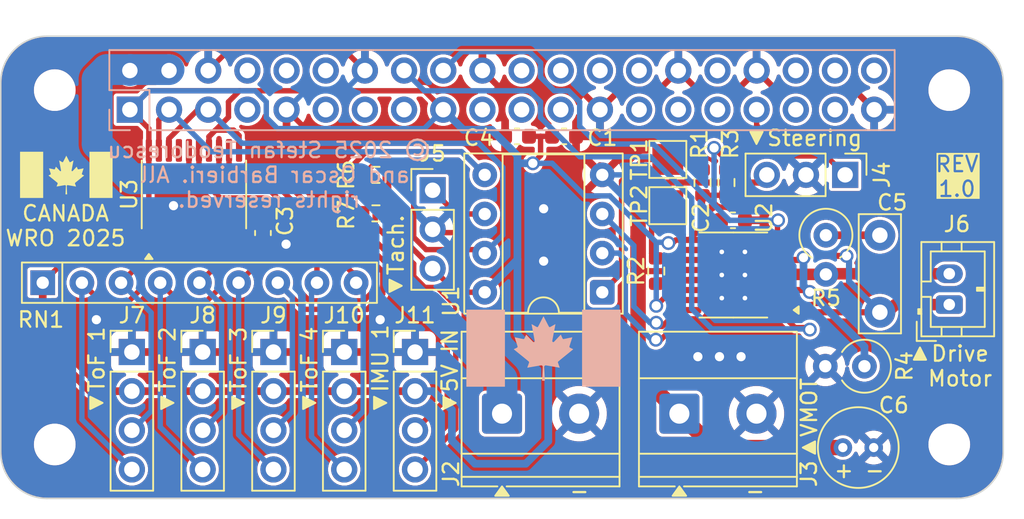
<source format=kicad_pcb>
(kicad_pcb (version 20241229) (generator "pcbnew") (generator_version "9.0")
  (title_block (date "15 nov 2012"))
  (layers (0 "F.Cu" signal) (2 "B.Cu" signal) (13 "F.Paste" user) (15 "B.Paste" user) (5 "F.SilkS" user "F.Silkscreen") (7 "B.SilkS" user "B.Silkscreen") (1 "F.Mask" user) (3 "B.Mask" user) (25 "Edge.Cuts" user))
  (net 0 "")
  (net 1 "GND")
  (net 2 "/GPIO2{slash}SDA1")
  (net 3 "/GPIO3{slash}SCL1")
  (net 4 "/GPIO4{slash}GPCLK0")
  (net 5 "/GPIO14{slash}TXD0")
  (net 6 "/GPIO15{slash}RXD0")
  (net 7 "/GPIO17")
  (net 8 "/GPIO18{slash}PCM.CLK")
  (net 9 "/GPIO27")
  (net 10 "/GPIO22")
  (net 11 "/GPIO23")
  (net 12 "/GPIO26")
  (net 13 "/GPIO24")
  (net 14 "/GPIO10{slash}SPI0.MOSI")
  (net 15 "/GPIO9{slash}SPI0.MISO")
  (net 16 "/GPIO25")
  (net 17 "/GPIO11{slash}SPI0.SCLK")
  (net 18 "/GPIO8{slash}SPI0.CE0")
  (net 19 "/GPIO7{slash}SPI0.CE1")
  (net 20 "/ID_SDA")
  (net 21 "/ID_SCL")
  (net 22 "/GPIO5")
  (net 23 "/GPIO6")
  (net 24 "/GPIO12{slash}PWM0")
  (net 25 "/GPIO13{slash}PWM1")
  (net 26 "/GPIO19{slash}PCM.FS")
  (net 27 "/GPIO16")
  (net 28 "/GPIO20{slash}PCM.DIN")
  (net 29 "/GPIO21{slash}PCM.DOUT")
  (net 30 "+5V")
  (net 31 "+3V3")
  (net 32 "Vdrive")
  (net 33 "Net-(J5-Pin_1)")
  (net 34 "Net-(J6-Pin_2)")
  (net 35 "Net-(J7-Pin_4)")
  (net 36 "Net-(J7-Pin_3)")
  (net 37 "Net-(J8-Pin_4)")
  (net 38 "Net-(J9-Pin_4)")
  (net 39 "Net-(J10-Pin_3)")
  (net 40 "Net-(U2-TRQ)")
  (net 41 "Net-(U2-ISEN12)")
  (net 42 "/MOT1")
  (net 43 "/MOT2")
  (net 44 "Net-(C5-Pad2)")
  (net 45 "Net-(U1-~{RESET}{slash}PB5)")
  (net 46 "Net-(J6-Pin_1)")
  (net 47 "Net-(J8-Pin_3)")
  (net 48 "Net-(J10-Pin_4)")
  (net 49 "Net-(J9-Pin_3)")
  (footprint "MountingHole:MountingHole_2.7mm_M2.5" (layer "F.Cu") (at 161.5 73.5)
    (property "Reference" "MH2" (hide yes))
    (property "Value" "MountingHole_2.7mm_M2.5" (hide yes))
  )
  (footprint "Connector_PinHeader_2.54mm:PinHeader_1x03_P2.54mm_Vertical" (layer "F.Cu") (at 128 80)
    (property "Reference" "J5")
    (property "Value" "Tachometer")
  )
  (footprint "Capacitor_SMD:C_0603_1608Metric" (layer "F.Cu") (at 147.475 81.95)
    (property "Reference" "C2")
    (property "Value" "10uF")
  )
  (footprint "Connector_PinHeader_2.54mm:PinHeader_1x04_P2.54mm_Vertical" (layer "F.Cu") (at 117.68 90.5)
    (property "Reference" "J9")
    (property "Value" "Aux I2C 5")
  )
  (footprint "Resistor_SMD:R_0603_1608Metric" (layer "F.Cu") (at 124.325 79 180)
    (property "Reference" "R6")
    (property "Value" "10K")
  )
  (footprint "Resistor_THT:R_Axial_DIN0309_L9.0mm_D3.2mm_P2.54mm_Vertical" (layer "F.Cu") (at 153.5 82.92 -90)
    (property "Reference" "R5")
    (property "Value" "15Ω Thru-Hole")
  )
  (footprint "TestPoint:TestPoint_Pad_2.0x2.0mm" (layer "F.Cu") (at 143.25 81)
    (property "Reference" "TP2")
    (property "Value" "TORQUE")
  )
  (footprint "Capacitor_THT:C_Disc_D7.5mm_W2.5mm_P5.00mm" (layer "F.Cu") (at 157 87.92 90)
    (property "Reference" "C5")
    (property "Value" "0.1uF@300V")
  )
  (footprint "Resistor_SMD:R_0603_1608Metric" (layer "F.Cu") (at 142.5 85.245 -90)
    (property "Reference" "R2")
    (property "Value" "10K" (hide yes))
  )
  (footprint "Resistor_SMD:R_0603_1608Metric" (layer "F.Cu") (at 147.05 79.5 90)
    (property "Reference" "R3")
    (property "Value" "10K")
  )
  (footprint "MountingHole:MountingHole_2.7mm_M2.5" (layer "F.Cu") (at 103.5 96.5)
    (property "Reference" "MH3" (hide yes))
    (property "Value" "MountingHole_2.7mm_M2.5" (hide yes))
  )
  (footprint "Connector_PinHeader_2.54mm:PinHeader_1x04_P2.54mm_Vertical" (layer "F.Cu") (at 113.09 90.5)
    (property "Reference" "J8")
    (property "Value" "Aux I2C 4")
  )
  (footprint "MountingHole:MountingHole_2.7mm_M2.5" (layer "F.Cu") (at 103.5 73.5)
    (property "Reference" "MH1" (hide yes))
    (property "Value" "MountingHole_2.7mm_M2.5" (hide yes))
  )
  (footprint "Resistor_SMD:R_0603_1608Metric" (layer "F.Cu") (at 124.325 81.5 180)
    (property "Reference" "R7")
    (property "Value" "10K")
  )
  (footprint "TerminalBlock_Phoenix:TerminalBlock_Phoenix_MKDS-1,5-2_1x02_P5.00mm_Horizontal" (layer "F.Cu") (at 132.5 94.5)
    (property "Reference" "J2")
    (property "Value" "5V IN")
  )
  (footprint "Resistor_THT:R_Array_SIP9" (layer "F.Cu") (at 102.72 86)
    (property "Reference" "RN1")
    (property "Value" "10K")
  )
  (footprint "Connector_PinHeader_2.54mm:PinHeader_1x04_P2.54mm_Vertical" (layer "F.Cu") (at 122.27 90.5)
    (property "Reference" "J10")
    (property "Value" "Aux I2C 6")
  )
  (footprint "Capacitor_SMD:C_0603_1608Metric" (layer "F.Cu") (at 133.475 76.5 180)
    (property "Reference" "C4")
    (property "Value" "0.1uF")
  )
  (footprint "Canada Flag:Canada_Flag_Small" (layer "F.Cu") (at 104.25 79)
    (property "Reference" "G***" (hide yes))
    (property "Value" "LOGO" (hide yes))
  )
  (footprint "Connector_PinHeader_2.54mm:PinHeader_1x04_P2.54mm_Vertical" (layer "F.Cu") (at 108.5 90.5)
    (property "Reference" "J7")
    (property "Value" "Aux I2C 3")
  )
  (footprint "Resistor_SMD:R_0603_1608Metric" (layer "F.Cu") (at 145.5 79.5 90)
    (property "Reference" "R1")
    (property "Value" "10K")
  )
  (footprint "Capacitor_SMD:C_0603_1608Metric" (layer "F.Cu") (at 117 82.775 -90)
    (property "Reference" "C3")
    (property "Value" "10uF")
  )
  (footprint "Capacitor_THT:C_Radial_D5.0mm_H5.0mm_P2.00mm" (layer "F.Cu") (at 154.6 96.7)
    (property "Reference" "C6")
    (property "Value" "100uF")
  )
  (footprint "Package_DIP:DIP-8_W7.62mm_Socket" (layer "F.Cu") (at 139 86.62 180)
    (property "Reference" "U1")
    (property "Value" "ATtiny85-20P")
  )
  (footprint "TerminalBlock_Phoenix:TerminalBlock_Phoenix_MKDS-1,5-2_1x02_P5.00mm_Horizontal" (layer "F.Cu") (at 144 94.5)
    (property "Reference" "J3")
    (property "Value" "Motor Voltage In")
  )
  (footprint "Connector_JST:JST_PH_B2B-PH-K_1x02_P2.00mm_Vertical" (layer "F.Cu") (at 161.5 87.42 90)
    (property "Reference" "J6")
    (property "Value" "Motor")
  )
  (footprint "Package_SO:TSSOP-20_4.4x6.5mm_P0.65mm" (layer "F.Cu") (at 112.525 80.275 90)
    (property "Reference" "U3")
    (property "Value" "TCA9544A")
  )
  (footprint "MountingHole:MountingHole_2.7mm_M2.5" (layer "F.Cu") (at 161.5 96.5)
    (property "Reference" "MH4" (hide yes))
    (property "Value" "MountingHole_2.7mm_M2.5" (hide yes))
  )
  (footprint "Connector_PinHeader_2.54mm:PinHeader_1x04_P2.54mm_Vertical" (layer "F.Cu") (at 126.86 90.5)
    (property "Reference" "J11")
    (property "Value" "Gyroscope I2C Bus")
  )
  (footprint "Capacitor_SMD:C_0603_1608Metric" (layer "F.Cu") (at 136.525 76.5)
    (property "Reference" "C1")
    (property "Value" "10uF")
  )
  (footprint "Package_SO:HTSSOP-16-1EP_4.4x5mm_P0.65mm_EP3.4x5mm_Mask2.46x2.31mm_ThermalVias" (layer "F.Cu") (at 147.5 85.5 180)
    (property "Reference" "U2")
    (property "Value" "DRV8847PWP")
  )
  (footprint "TestPoint:TestPoint_Pad_2.0x2.0mm" (layer "F.Cu") (at 143.25 78)
    (property "Reference" "TP1")
    (property "Value" "uC RST")
  )
  (footprint "Resistor_THT:R_Axial_DIN0309_L9.0mm_D3.2mm_P2.54mm_Vertical" (layer "F.Cu") (at 156 91.42 180)
    (property "Reference" "R4")
    (property "Value" "330mΩ Thru-Hole")
  )
  (footprint "Connector_PinHeader_2.54mm:PinHeader_1x03_P2.54mm_Vertical" (layer "F.Cu") (at 154.75 79 -90)
    (property "Reference" "J4")
    (property "Value" "Steering Motor")
  )
  (footprint "Connector_PinSocket_2.54mm:PinSocket_2x20_P2.54mm_Vertical" (layer "B.Cu") (at 108.37 74.77 -90)
    (property "Reference" "J1" (hide yes))
    (property "Value" "GPIO")
  )
  (footprint "Canada Flag:Canada_Flag" (layer "B.Cu") (at 135.19 90.25 180)
    (property "Reference" "G***" (hide yes))
    (property "Value" "LOGO" (hide yes))
  )
  (gr_poly (pts (xy 105.8 94.2) (xy 105.8 93.4) (xy 106.6 93.8)) (stroke (width 0.12)) (fill yes) (layer "F.SilkS"))
  (gr_poly (pts (xy 115 94.2) (xy 115 93.4) (xy 115.8 93.8)) (stroke (width 0.12)) (fill yes) (layer "F.SilkS"))
  (gr_poly (pts (xy 152.8 96.3) (xy 152.8 97.1) (xy 152 96.7)) (stroke (width 0.12)) (fill yes) (layer "F.SilkS"))
  (gr_poly (pts (xy 110.4 94.2) (xy 110.4 93.4) (xy 111.2 93.8)) (stroke (width 0.12)) (fill yes) (layer "F.SilkS"))
  (gr_poly (pts (xy 125.2 86.6) (xy 125.2 85.8) (xy 126 86.2)) (stroke (width 0.12)) (fill yes) (layer "F.SilkS"))
  (gr_poly (pts (xy 160 91) (xy 159.2 91) (xy 159.6 90.2)) (stroke (width 0.12)) (fill yes) (layer "F.SilkS"))
  (gr_poly (pts (xy 124.2 94.2) (xy 124.2 93.4) (xy 125 93.8)) (stroke (width 0.12)) (fill yes) (layer "F.SilkS"))
  (gr_poly (pts (xy 128.7 94.2) (xy 128.7 93.4) (xy 129.5 93.8)) (stroke (width 0.12)) (fill yes) (layer "F.SilkS"))
  (gr_poly (pts (xy 148.6 76.2) (xy 149.4 76.2) (xy 149 77)) (stroke (width 0.12)) (fill yes) (layer "F.SilkS"))
  (gr_poly (pts (xy 119.6 94.2) (xy 119.6 93.4) (xy 120.4 93.8)) (stroke (width 0.12)) (fill yes) (layer "F.SilkS"))
  (gr_arc (start 162 70) (mid 164.12132 70.87868) (end 165 73) (stroke (width 0.1)) (layer "Edge.Cuts"))
  (gr_line (start 165 97) (end 165 73) (stroke (width 0.1)) (layer "Edge.Cuts"))
  (gr_line (start 100 73) (end 100 97) (stroke (width 0.1)) (layer "Edge.Cuts"))
  (gr_arc (start 103 100) (mid 100.87868 99.12132) (end 100 97) (stroke (width 0.1)) (layer "Edge.Cuts"))
  (gr_line (start 103 100) (end 162 100) (stroke (width 0.1)) (layer "Edge.Cuts"))
  (gr_arc (start 165 97) (mid 164.12132 99.12132) (end 162 100) (stroke (width 0.1)) (layer "Edge.Cuts"))
  (gr_arc (start 100 73) (mid 100.87868 70.87868) (end 103 70) (stroke (width 0.1)) (layer "Edge.Cuts"))
  (gr_line (start 162 70) (end 103 70) (stroke (width 0.1)) (layer "Edge.Cuts"))
  (gr_text "ToF 3" (at 116 93.2 90) (layer "F.SilkS") (effects (font (size 1 1)) (justify left bottom)))
  (gr_text "-" (at 155.95 98.75 0) (layer "F.SilkS") (effects (font (size 1 1)) (justify left bottom)))
  (gr_text "-" (at 136.8 100.1 0) (layer "F.SilkS") (effects (font (size 1 1)) (justify left bottom)))
  (gr_text "Steering" (at 149.6 77.2 0) (layer "F.SilkS") (effects (font (size 1 1)) (justify left bottom)))
  (gr_text "CANADA\nWRO 2025" (at 104.2 83.7 -0) (layer "F.SilkS") (effects (font (size 1 1)) (justify bottom)))
  (gr_text "ToF 4" (at 120.6 93.2 90) (layer "F.SilkS") (effects (font (size 1 1)) (justify left bottom)))
  (gr_text "Drive\nMotor" (at 162.2 92.8 0) (layer "F.SilkS") (effects (font (size 1 1)) (justify bottom)))
  (gr_text "-" (at 148.2 100.1 0) (layer "F.SilkS") (effects (font (size 1 1)) (justify left bottom)))
  (gr_text "REV\n1.0" (at 162 80.5 0) (layer "F.SilkS" knockout) (effects (font (size 1 1)) (justify bottom)))
  (gr_text "Tach." (at 126.2 85.6 90) (layer "F.SilkS") (effects (font (size 1 1)) (justify left bottom)))
  (gr_text "IMU 1" (at 125.2 93.2 90) (layer "F.SilkS") (effects (font (size 1 1)) (justify left bottom)))
  (gr_text "ToF 2" (at 111.4 93.2 90) (layer "F.SilkS") (effects (font (size 1 1)) (justify left bottom)))
  (gr_text "+" (at 153.95 98.75 0) (layer "F.SilkS") (effects (font (size 1 1)) (justify left bottom)))
  (gr_text "ToF 1" (at 106.8 93.2 90) (layer "F.SilkS") (effects (font (size 1 1)) (justify left bottom)))
  (gr_text "5V IN" (at 129.7 93.2 90) (layer "F.SilkS") (effects (font (size 1 1)) (justify left bottom)))
  (gr_text "VMOT" (at 153 96.1 90) (layer "F.SilkS") (effects (font (size 1 1)) (justify left bottom)))
  (gr_text "© 2025 Stefan Teodorescu\nand Oscar Barbieri. All \nrights reserved." (at 117.4 81.2 -0) (layer "B.SilkS") (effects (font (size 1 1)) (justify bottom mirror)))
  (segment (start 144.6375 85.825) (end 147.175 85.825) (width 0.4) (layer "F.Cu") (net 1))
  (segment (start 118.53 74.77) (end 120.26 76.5) (width 0.35) (layer "F.Cu") (net 1))
  (segment (start 147.5 86.59137) (end 147.5 85.5) (width 0.35) (layer "F.Cu") (net 1))
  (segment (start 117 83.55) (end 115.8625 83.55) (width 0.35) (layer "F.Cu") (net 1))
  (segment (start 104.059 86.497471) (end 105.961529 88.4) (width 0.4) (layer "F.Cu") (net 1))
  (segment (start 148.25 84.75) (end 147.5 85.5) (width 0.35) (layer "F.Cu") (net 1))
  (segment (start 147.175 85.825) (end 147.5 85.5) (width 0.35) (layer "F.Cu") (net 1))
  (segment (start 105.961529 88.4) (end 106.2 88.4) (width 0.4) (layer "F.Cu") (net 1))
  (segment (start 145.181 73.481) (end 143.93 72.23) (width 0.4) (layer "F.Cu") (net 1))
  (segment (start 155.379 73.519) (end 156.63 74.77) (width 0.4) (layer "F.Cu") (net 1))
  (segment (start 132.7 76.5) (end 132.544 76.344) (width 0.35) (layer "F.Cu") (net 1))
  (segment (start 139 79) (end 139 78.5) (width 0.35) (layer "F.Cu") (net 1))
  (segment (start 149.01 72.23) (end 147.759 73.481) (width 0.4) (layer "F.Cu") (net 1))
  (segment (start 122.384 71.004) (end 114.676 71.004) (width 0.35) (layer "F.Cu") (net 1))
  (segment (start 110.9 83.1375) (end 109.6 83.1375) (width 0.4) (layer "F.Cu") (net 1))
  (segment (start 143.93 72.23) (end 142.679 73.481) (width 0.4) (layer "F.Cu") (net 1))
  (segment (start 149.01 72.23) (end 150.299 73.519) (width 0.4) (layer "F.Cu") (net 1))
  (segment (start 123.61 72.23) (end 122.384 71.004) (width 0.35) (layer "F.Cu") (net 1))
  (segment (start 139 78.5) (end 138.85 78.35) (width 0.35) (layer "F.Cu") (net 1))
  (segment (start 148.25 81.95) (end 148.55 81.95) (width 0.35) (layer "F.Cu") (net 1))
  (segment (start 142.5 86.07) (end 142.72 85.85) (width 0.4) (layer "F.Cu") (net 1))
  (segment (start 118.5 83.5) (end 117.05 83.5) (width 0.35) (layer "F.Cu") (net 1))
  (segment (start 137.599 73.519) (end 132.519 73.519) (width 0.4) (layer "F.Cu") (net 1))
  (segment (start 138.85 74.77) (end 137.599 73.519) (width 0.4) (layer "F.Cu") (net 1))
  (segment (start 142.679 73.481) (end 140.139 73.481) (width 0.4) (layer "F.Cu") (net 1))
  (segment (start 114.676 71.004) (end 113.45 72.23) (width 0.35) (layer "F.Cu") (net 1))
  (segment (start 135.25 82.75) (end 139 79) (width 0.35) (layer "F.Cu") (net 1))
  (segment (start 115.8625 83.55) (end 115.45 83.1375) (width 0.35) (layer "F.Cu") (net 1))
  (segment (start 106.424029 83.1375) (end 104.059 85.502529) (width 0.4) (layer "F.Cu") (net 1))
  (segment (start 150.299 73.519) (end 155.379 73.519) (width 0.4) (layer "F.Cu") (net 1))
  (segment (start 120.26 76.5) (end 132.7 76.5) (width 0.35) (layer "F.Cu") (net 1))
  (segment (start 142.72 85.85) (end 144.6125 85.85) (width 0.4) (layer "F.Cu") (net 1))
  (segment (start 128.21 82.75) (end 135.25 82.75) (width 0.35) (layer "F.Cu") (net 1))
  (segment (start 140.139 73.481) (end 138.85 74.77) (width 0.4) (layer "F.Cu") (net 1))
  (segment (start 144.6375 83.875) (end 145.875 83.875) (width 0.4) (layer "F.Cu") (net 1))
  (segment (start 144.6125 85.85) (end 144.6375 85.825) (width 0.4) (layer "F.Cu") (net 1))
  (segment (start 137.3 76.5) (end 137.3 76.32) (width 0.35) (layer "F.Cu") (net 1))
  (segment (start 128 82.54) (end 128.21 82.75) (width 0.35) (layer "F.Cu") (net 1))
  (segment (start 117.05 83.5) (end 117 83.55) (width 0.35) (layer "F.Cu") (net 1))
  (segment (start 104.059 85.502529) (end 104.059 86.497471) (width 0.4) (layer "F.Cu") (net 1))
  (segment (start 147.759 73.481) (end 145.181 73.481) (width 0.4) (layer "F.Cu") (net 1))
  (segment (start 145.875 83.875) (end 147.5 85.5) (width 0.35) (layer "F.Cu") (net 1))
  (segment (start 132.519 73.519) (end 131.23 72.23) (width 0.4) (layer "F.Cu") (net 1))
  (segment (start 109.6 83.1375) (end 106.424029 83.1375) (width 0.4) (layer "F.Cu") (net 1))
  (via (at 135.2 81.2) (size 0.9) (drill 0.6) (layers "F.Cu" "B.Cu") (net 1))
  (via (at 118.5 83.5) (size 0.9) (drill 0.6) (layers "F.Cu" "B.Cu") (net 1))
  (via (at 145.2 90.8) (size 0.9) (drill 0.6) (layers "F.Cu" "B.Cu") (net 1))
  (via (at 135.2 84.6) (size 0.9) (drill 0.6) (layers "F.Cu" "B.Cu") (net 1))
  (via (at 148 90.8) (size 0.9) (drill 0.6) (layers "F.Cu" "B.Cu") (net 1))
  (via (at 124.6 88.4) (size 0.9) (drill 0.6) (layers "F.Cu" "B.Cu") (net 1))
  (via (at 106.2 88.4) (size 0.9) (drill 0.6) (layers "F.Cu" "B.Cu") (net 1))
  (via (at 111.2 81) (size 0.9) (drill 0.6) (layers "F.Cu" "B.Cu") (net 1))
  (via (at 146.6 90.8) (size 0.9) (drill 0.6) (layers "F.Cu" "B.Cu") (net 1))
  (segment (start 144.249 89.849) (end 145.2 90.8) (width 0.35) (layer "B.Cu") (net 1))
  (segment (start 146.75 84) (end 146.75 87) (width 2) (layer "B.Cu") (net 1))
  (segment (start 122.384 73.456) (end 119.844 73.456) (width 0.35) (layer "B.Cu") (net 1))
  (segment (start 146.75 87) (end 148.25 87) (width 2) (layer "B.Cu") (net 1))
  (segment (start 119.844 73.456) (end 118.53 74.77) (width 0.35) (layer "B.Cu") (net 1))
  (segment (start 144.249 82.880859) (end 144.249 89.849) (width 0.35) (layer "B.Cu") (net 1))
  (segment (start 146.75 84) (end 148.25 84) (width 2) (layer "B.Cu") (net 1))
  (segment (start 123.61 72.23) (end 122.384 73.456) (width 0.35) (layer "B.Cu") (net 1))
  (segment (start 148.25 84) (end 148.25 87) (width 2) (layer "B.Cu") (net 1))
  (segment (start 156.44 74.77) (end 156.63 74.77) (width 0.35) (layer "B.Cu") (net 1))
  (segment (start 140.368141 79) (end 144.249 82.880859) (width 0.35) (layer "B.Cu") (net 1))
  (segment (start 139 79) (end 140.368141 79) (width 0.35) (layer "B.Cu") (net 1))
  (segment (start 122.724 80.724) (end 122.724 78.48087) (width 0.35) (layer "F.Cu") (net 2))
  (segment (start 110.25 75.43) (end 110.25 77.4125) (width 0.35) (layer "F.Cu") (net 2))
  (segment (start 126.223 85.223) (end 126.223 85.816058) (width 0.35) (layer "F.Cu") (net 2))
  (segment (start 128.949 93.491) (end 126.86 95.58) (width 0.35) (layer "F.Cu") (net 2))
  (segment (start 129.88 77.5) (end 131.38 79) (width 0.35) (layer "F.Cu") (net 2))
  (segment (start 110.91 74.77) (end 110.25 75.43) (width 0.35) (layer "F.Cu") (net 2))
  (segment (start 128.949 87.949) (end 128.949 93.491) (width 0.35) (layer "F.Cu") (net 2))
  (segment (start 123.5 81.5) (end 123.5 82.5) (width 0.35) (layer "F.Cu") (net 2))
  (segment (start 127.857 86.857) (end 128.949 87.949) (width 0.35) (layer "F.Cu") (net 2))
  (segment (start 123.70487 77.5) (end 129.88 77.5) (width 0.35) (layer "F.Cu") (net 2))
  (segment (start 123.5 82.5) (end 126.223 85.223) (width 0.35) (layer "F.Cu") (net 2))
  (segment (start 126.223 85.816058) (end 127.263942 86.857) (width 0.35) (layer "F.Cu") (net 2))
  (segment (start 122.724 78.48087) (end 123.70487 77.5) (width 0.35) (layer "F.Cu") (net 2))
  (segment (start 123.5 81.5) (end 122.724 80.724) (width 0.35) (layer "F.Cu") (net 2))
  (segment (start 127.263942 86.857) (end 127.857 86.857) (width 0.35) (layer "F.Cu") (net 2))
  (segment (start 129.88 77.5) (end 113.64 77.5) (width 0.35) (layer "B.Cu") (net 2))
  (segment (start 131.38 79) (end 129.88 77.5) (width 0.35) (layer "B.Cu") (net 2))
  (segment (start 113.64 77.5) (end 110.91 74.77) (width 0.35) (layer "B.Cu") (net 2))
  (segment (start 126.774 79.274) (end 126.774 83.047826) (width 0.35) (layer "F.Cu") (net 3))
  (segment (start 112.779062 74.77) (end 110.9 76.649062) (width 0.35) (layer "F.Cu") (net 3))
  (segment (start 125.649 78.149) (end 126.774 79.274) (width 0.35) (layer "F.Cu") (net 3))
  (segment (start 124.351 78.149) (end 125.649 78.149) (width 0.35) (layer "F.Cu") (net 3))
  (segment (start 126.774 85.587826) (end 127.492174 86.306) (width 0.35) (layer "F.Cu") (net 3))
  (segment (start 123.5 79) (end 124.276 79.776) (width 0.35) (layer "F.Cu") (net 3))
  (segment (start 124.276 79.776) (end 124.276 82.276) (width 0.35) (layer "F.Cu") (net 3))
  (segment (start 126.774 83.047826) (end 127.580174 83.854) (width 0.35) (layer "F.Cu") (net 3))
  (segment (start 129.5 95.48) (end 126.86 98.12) (width 0.35) (layer "F.Cu") (net 3))
  (segment (start 131.154 83.854) (end 131.38 84.08) (width 0.35) (layer "F.Cu") (net 3))
  (segment (start 110.9 76.649062) (end 110.9 77.4125) (width 0.35) (layer "F.Cu") (net 3))
  (segment (start 127.492174 86.306) (end 128.306 86.306) (width 0.35) (layer "F.Cu") (net 3))
  (segment (start 128.306 86.306) (end 129.5 87.5) (width 0.35) (layer "F.Cu") (net 3))
  (segment (start 129.5 87.5) (end 129.5 95.48) (width 0.35) (layer "F.Cu") (net 3))
  (segment (start 123.5 79) (end 124.351 78.149) (width 0.35) (layer "F.Cu") (net 3))
  (segment (start 126.774 84.774) (end 126.774 85.587826) (width 0.35) (layer "F.Cu") (net 3))
  (segment (start 113.45 74.77) (end 112.779062 74.77) (width 0.35) (layer "F.Cu") (net 3))
  (segment (start 127.580174 83.854) (end 131.154 83.854) (width 0.35) (layer "F.Cu") (net 3))
  (segment (start 124.276 82.276) (end 126.774 84.774) (width 0.35) (layer "F.Cu") (net 3))
  (segment (start 130.992116 76.949) (end 132.556 78.512884) (width 0.35) (layer "B.Cu") (net 3))
  (segment (start 113.45 74.77) (end 115.629 76.949) (width 0.35) (layer "B.Cu") (net 3))
  (segment (start 115.629 76.949) (end 130.992116 76.949) (width 0.35) (layer "B.Cu") (net 3))
  (segment (start 132.556 78.512884) (end 132.556 82.904) (width 0.35) (layer "B.Cu") (net 3))
  (segment (start 132.556 82.904) (end 131.38 84.08) (width 0.35) (layer "B.Cu") (net 3))
  (segment (start 151.5 88.9125) (end 150.3625 87.775) (width 0.35) (layer "F.Cu") (net 11))
  (segment (start 152.325772 88.9125) (end 151.5 88.9125) (width 0.35) (layer "F.Cu") (net 11))
  (segment (start 152.456636 89.043364) (end 152.325772 88.9125) (width 0.35) (layer "F.Cu") (net 11))
  (via (at 152.456636 89.043364) (size 0.9) (drill 0.6) (layers "F.Cu" "B.Cu") (net 11))
  (segment (start 152.456636 89.043364) (end 152.413272 89) (width 0.35) (layer "B.Cu") (net 11))
  (segment (start 152.413272 89) (end 146.1 89) (width 0.35) (layer "B.Cu") (net 11))
  (segment (start 127.464 73.544) (end 126.15 72.23) (width 0.35) (layer "B.Cu") (net 11))
  (segment (start 134.277826 73.544) (end 127.464 73.544) (width 0.35) (layer "B.Cu") (net 11))
  (segment (start 137.542174 77.824) (end 134.996 75.277826) (width 0.35) (layer "B.Cu") (net 11))
  (segment (start 146.1 89) (end 144.8 87.7) (width 0.35) (layer "B.Cu") (net 11))
  (segment (start 134.996 75.277826) (end 134.996 74.262174) (width 0.35) (layer "B.Cu") (net 11))
  (segment (start 142.124 77.824) (end 137.542174 77.824) (width 0.35) (layer "B.Cu") (net 11))
  (segment (start 144.8 87.7) (end 144.8 80.5) (width 0.35) (layer "B.Cu") (net 11))
  (segment (start 144.8 80.5) (end 142.124 77.824) (width 0.35) (layer "B.Cu") (net 11))
  (segment (start 134.996 74.262174) (end 134.277826 73.544) (width 0.35) (layer "B.Cu") (net 11))
  (segment (start 150.4 81.95) (end 150.3625 81.9875) (width 0.35) (layer "F.Cu") (net 13))
  (segment (start 147.05 78.675) (end 147.05 78.05) (width 0.35) (layer "F.Cu") (net 13))
  (segment (start 150.3625 81.9875) (end 150.3625 83.225) (width 0.35) (layer "F.Cu") (net 13))
  (segment (start 147.05 78.05) (end 146.25 77.25) (width 0.35) (layer "F.Cu") (net 13))
  (via (at 146.25 77.25) (size 0.9) (drill 0.6) (layers "F.Cu" "B.Cu") (net 13))
  (via (at 150.4 81.95) (size 0.9) (drill 0.6) (layers "F.Cu" "B.Cu") (net 13))
  (segment (start 135.890174 73.544) (end 135 72.653826) (width 0.35) (layer "B.Cu") (net 13))
  (segment (start 142.3 77) (end 138.680768 77) (width 0.35) (layer "B.Cu") (net 13))
  (segment (start 137.536 75.855232) (end 137.536 74.262174) (width 0.35) (layer "B.Cu") (net 13))
  (segment (start 135 71.726174) (end 134.277826 71.004) (width 0.35) (layer "B.Cu") (net 13))
  (segment (start 134.277826 71.004) (end 129.916 71.004) (width 0.35) (layer "B.Cu") (net 13))
  (segment (start 147.25 81.95) (end 142.3 77) (width 0.35) (layer "B.Cu") (net 13))
  (segment (start 129.916 71.004) (end 128.69 72.23) (width 0.35) (layer "B.Cu") (net 13))
  (segment (start 146.25 80.95) (end 147.25 81.95) (width 0.35) (layer "B.Cu") (net 13))
  (segment (start 146.25 77.25) (end 146.25 80.95) (width 0.35) (layer "B.Cu") (net 13))
  (segment (start 137.536 74.262174) (end 136.817826 73.544) (width 0.35) (layer "B.Cu") (net 13))
  (segment (start 138.680768 77) (end 137.536 75.855232) (width 0.35) (layer "B.Cu") (net 13))
  (segment (start 135 72.653826) (end 135 71.726174) (width 0.35) (layer "B.Cu") (net 13))
  (segment (start 150.4 81.95) (end 147.25 81.95) (width 0.35) (layer "B.Cu") (net 13))
  (segment (start 136.817826 73.544) (end 135.890174 73.544) (width 0.35) (layer "B.Cu") (net 13))
  (segment (start 148.96 74.82) (end 149.01 74.77) (width 0.35) (layer "F.Cu") (net 25))
  (segment (start 149.01 75.791826) (end 150.992174 77.774) (width 0.35) (layer "F.Cu") (net 25))
  (segment (start 153.524 77.774) (end 154.75 79) (width 0.35) (layer "F.Cu") (net 25))
  (segment (start 149.01 74.77) (end 149.01 75.791826) (width 0.35) (layer "F.Cu") (net 25))
  (segment (start 150.992174 77.774) (end 153.524 77.774) (width 0.35) (layer "F.Cu") (net 25))
  (segment (start 127.75 87.5) (end 127.25 87.5) (width 2) (layer "B.Cu") (net 30))
  (segment (start 125.75 86) (end 125.75 81.75) (width 2) (layer "B.Cu") (net 30))
  (segment (start 106.25 77) (end 106.25 72.788) (width 2) (layer "B.Cu") (net 30))
  (segment (start 106.87 72.168) (end 110.91 72.168) (width 2) (layer "B.Cu") (net 30))
  (segment (start 127.25 87.5) (end 125.75 86) (width 2) (layer "B.Cu") (net 30))
  (segment (start 132.5 92.25) (end 127.75 87.5) (width 2) (layer "B.Cu") (net 30))
  (segment (start 123.25 79.25) (end 108.5 79.25) (width 2) (layer "B.Cu") (net 30))
  (segment (start 106.25 72.788) (end 106.87 72.168) (width 2) (layer "B.Cu") (net 30))
  (segment (start 108.5 79.25) (end 106.25 77) (width 2) (layer "B.Cu") (net 30))
  (segment (start 108.37 72.23) (end 108.432 72.168) (width 2) (layer "B.Cu") (net 30))
  (segment (start 125.75 81.75) (end 123.25 79.25) (width 2) (layer "B.Cu") (net 30))
  (segment (start 132.5 94.5) (end 132.5 92.25) (width 2) (layer "B.Cu") (net 30))
  (segment (start 111.55 82.374062) (end 111.55 83.1375) (width 0.35) (layer "F.Cu") (net 31))
  (segment (start 102.72 86) (end 106.696 82.024) (width 0.35) (layer "F.Cu") (net 31))
  (segment (start 109.6 77.4125) (end 109.6 76) (width 0.35) (layer "F.Cu") (net 31))
  (segment (start 115.45 76.45) (end 115.098062 76.098062) (width 0.35) (layer "F.Cu") (net 31))
  (segment (start 135 76.5) (end 134.25 76.5) (width 0.35) (layer "F.Cu") (net 31))
  (segment (start 113.921768 76.098062) (end 113.5 76.51983) (width 0.35) (layer "F.Cu") (net 31))
  (segment (start 125.15 79) (end 125.15 82.23) (width 0.35) (layer "F.Cu") (net 31))
  (segment (start 135.75 76.5) (end 135 76.5) (width 0.35) (layer "F.Cu") (net 31))
  (segment (start 129.54 86.62) (end 131.38 86.62) (width 0.35) (layer "F.Cu") (net 31))
  (segment (start 108.37 74.77) (end 109.596 73.544) (width 0.35) (layer "F.Cu") (net 31))
  (segment (start 128 85.08) (end 129.54 86.62) (width 0.35) (layer "F.Cu") (net 31))
  (segment (start 143.775 83.225) (end 144.6375 83.225) (width 0.35) (layer "F.Cu") (net 31))
  (segment (start 143.525 86.475) (end 142.5 87.5) (width 0.35) (layer "F.Cu") (net 31))
  (segment (start 113.5 76.51983) (end 113.5 77.4125) (width 0.35) (layer "F.Cu") (net 31))
  (segment (start 113.5 76.51983) (end 114.764 75.25583) (width 0.35) (layer "F.Cu") (net 31))
  (segment (start 115.098062 76.098062) (end 113.921768 76.098062) (width 0.35) (layer "F.Cu") (net 31))
  (segment (start 105.79 93.04) (end 102.72 89.97) (width 0.5) (layer "F.Cu") (net 31))
  (segment (start 109.6 81.924) (end 109.5 82.024) (width 0.35) (layer "F.Cu") (net 31))
  (segment (start 147.05 80.325) (end 145.5 80.325) (width 0.35) (layer "F.Cu") (net 31))
  (segment (start 111.199938 82.024) (end 111.55 82.374062) (width 0.35) (layer "F.Cu") (net 31))
  (segment (start 113.149938 82.024) (end 111.199938 82.024) (width 0.35) (layer "F.Cu") (net 31))
  (segment (start 109.6 77.4125) (end 109.6 81.924) (width 0.35) (layer "F.Cu") (net 31))
  (segment (start 117.68 93.04) (end 122.27 93.04) (width 0.5) (layer "F.Cu") (net 31))
  (segment (start 143.57584 83.42416) (end 143.775 83.225) (width 0.35) (layer "F.Cu") (net 31))
  (segment (start 108.5 93.04) (end 105.79 93.04) (width 0.5) (layer "F.Cu") (net 31))
  (segment (start 146.7 81.95) (end 145.9125 81.95) (width 0.35) (layer "F.Cu") (net 31))
  (segment (start 126.86 93.04) (end 122.27 93.04) (width 0.5) (layer "F.Cu") (net 31))
  (segment (start 145.5 80.325) (end 145.5 82.3625) (width 0.35) (layer "F.Cu") (net 31))
  (segment (start 114.764 74.262174) (end 115.482174 73.544) (width 0.35) (layer "F.Cu") (net 31))
  (segment (start 102.72 89.97) (end 102.72 86) (width 0.5) (layer "F.Cu") (net 31))
  (segment (start 135 76.5) (end 135 77.75) (width 0.35) (layer "F.Cu") (net 31))
  (segment (start 117 82) (end 113.874062 82) (width 0.35) (layer "F.Cu") (net 31))
  (segment (start 109.596 73.544) (end 115.5 73.544) (width 0.35) (layer "F.Cu") (net 31))
  (segment (start 109.6 76) (end 108.37 74.77) (width 0.35) (layer "F.Cu") (net 31))
  (segment (start 115.482174 73.544) (end 115.5 73.544) (width 0.35) (layer "F.Cu") (net 31))
  (segment (start 113.09 93.04) (end 117.68 93.04) (width 0.5) (layer "F.Cu") (net 31))
  (segment (start 145.9125 81.95) (end 145.5 82.3625) (width 0.35) (layer "F.Cu") (net 31))
  (segment (start 113.5 82.374062) (end 113.149938 82.024) (width 0.35) (layer "F.Cu") (net 31))
  (segment (start 127.464 73.544) (end 128.69 74.77) (width 0.35) (layer "F.Cu") (net 31))
  (segment (start 109.5 82.024) (end 111.199938 82.024) (width 0.35) (layer "F.Cu") (net 31))
  (segment (start 113.5 82.374062) (end 113.5 83.1375) (width 0.35) (layer "F.Cu") (net 31))
  (segment (start 108.5 93.04) (end 113.09 93.04) (width 0.5) (layer "F.Cu") (net 31))
  (segment (start 145.5 82.3625) (end 144.6375 83.225) (width 0.35) (layer "F.Cu") (net 31))
  (segment (start 115.45 77.4125) (end 115.45 76.45) (width 0.35) (layer "F.Cu") (net 31))
  (segment (start 115.5 73.544) (end 127.464 73.544) (width 0.35) (layer "F.Cu") (net 31))
  (segment (start 135 77.75) (end 134.5 78.25) (width 0.35) (layer "F.Cu") (net 31))
  (segment (start 125.15 82.23) (end 128 85.08) (width 0.35) (layer "F.Cu") (net 31))
  (segment (start 144.6375 86.475) (end 143.525 86.475) (width 0.35) (layer "F.Cu") (net 31))
  (segment (start 106.696 82.024) (end 109.5 82.024) (width 0.35) (layer "F.Cu") (net 31))
  (segment (start 114.764 75.25583) (end 114.764 74.262174) (width 0.35) (layer "F.Cu") (net 31))
  (segment (start 113.874062 82) (end 113.5 82.374062) (width 0.35) (layer "F.Cu") (net 31))
  (segment (start 143.285479 83.42416) (end 143.57584 83.42416) (width 0.35) (layer "F.Cu") (net 31))
  (via (at 134.5 78.25) (size 0.9) (drill 0.6) (layers "F.Cu" "B.Cu") (net 31))
  (via (at 142.5 87.5) (size 0.9) (drill 0.6) (layers "F.Cu" "B.Cu") (net 31))
  (via (at 143.285479 83.42416) (size 0.9) (drill 0.6) (layers "F.Cu" "B.Cu") (net 31))
  (segment (start 133.5 84.5) (end 133.5 89.360943) (width 0.5) (layer "B.Cu") (net 31))
  (segment (start 137.864 80.364) (end 135.75 78.25) (width 0.35) (layer "B.Cu") (net 31))
  (segment (start 130.75 97.75) (end 129.25 96.25) (width 0.5) (layer "B.Cu") (net 31))
  (segment (start 128.04 93.04) (end 126.86 93.04) (width 0.5) (layer "B.Cu") (net 31))
  (segment (start 128.69 74.77) (end 127.464 75.996) (width 0.35) (layer "B.Cu") (net 31))
  (segment (start 116.497826 73.544) (end 109.596 73.544) (width 0.35) (layer "B.Cu") (net 31))
  (segment (start 127.464 75.996) (end 117.934174 75.996) (width 0.35) (layer "B.Cu") (net 31))
  (segment (start 131.821 76.071) (end 129.991 76.071) (width 0.5) (layer "B.Cu") (net 31))
  (segment (start 133.5 89.360943) (end 135.5 91.360943) (width 0.5) (layer "B.Cu") (net 31))
  (segment (start 135.5 96.288605) (end 134.038605 97.75) (width 0.5) (layer "B.Cu") (net 31))
  (segment (start 129.25 94.25) (end 128.04 93.04) (width 0.5) (layer "B.Cu") (net 31))
  (segment (start 117.216 75.277826) (end 117.216 74.262174) (width 0.35) (layer "B.Cu") (net 31))
  (segment (start 139.487116 80.364) (end 137.864 80.364) (width 0.35) (layer "B.Cu") (net 31))
  (segment (start 129.25 96.25) (end 129.25 94.25) (width 0.5) (layer "B.Cu") (net 31))
  (segment (start 143.238203 83.376884) (end 142.5 83.376884) (width 0.35) (layer "B.Cu") (net 31))
  (segment (start 109.596 73.544) (end 108.37 74.77) (width 0.35) (layer "B.Cu") (net 31))
  (segment (start 133.5 84.5) (end 131.38 86.62) (width 0.5) (layer "B.Cu") (net 31))
  (segment (start 117.216 74.262174) (end 116.497826 73.544) (width 0.35) (layer "B.Cu") (net 31))
  (segment (start 135.5 91.360943) (end 135.5 96.288605) (width 0.5) (layer "B.Cu") (net 31))
  (segment (start 142.5 87.5) (end 142.5 83.376884) (width 0.35) (layer "B.Cu") (net 31))
  (segment (start 133.5 77.75) (end 131.821 76.071) (width 0.5) (layer "B.Cu") (net 31))
  (segment (start 143.285479 83.42416) (end 143.238203 83.376884) (width 0.35) (layer "B.Cu") (net 31))
  (segment (start 135.75 78.25) (end 134.5 78.25) (width 0.35) (layer "B.Cu") (net 31))
  (segment (start 117.934174 75.996) (end 117.216 75.277826) (width 0.35) (layer "B.Cu") (net 31))
  (segment (start 129.991 76.071) (end 128.69 74.77) (width 0.5) (layer "B.Cu") (net 31))
  (segment (start 142.5 83.376884) (end 139.487116 80.364) (width 0.35) (layer "B.Cu") (net 31))
  (segment (start 134.038605 97.75) (end 130.75 97.75) (width 0.5) (layer "B.Cu") (net 31))
  (segment (start 133.5 78.25) (end 133.5 77.75) (width 0.5) (layer "B.Cu") (net 31))
  (segment (start 134.5 78.25) (end 133.5 78.25) (width 0.5) (layer "B.Cu") (net 31))
  (segment (start 133.5 78.25) (end 133.5 84.5) (width 0.5) (layer "B.Cu") (net 31))
  (segment (start 141.323 83) (end 141.323 80.5) (width 1) (layer "F.Cu") (net 32))
  (segment (start 143.575 85.175) (end 143.5 85.25) (width 0.4) (layer "F.Cu") (net 32))
  (segment (start 146.2 96.7) (end 144 94.5) (width 1) (layer "F.Cu") (net 32))
  (segment (start 141.323 80.6865) (end 141.323 79.927) (width 1) (layer "F.Cu") (net 32))
  (segment (start 143.5 85.25) (end 141.323 85.25) (width 0.4) (layer "F.Cu") (net 32))
  (segment (start 141.323 84.75) (end 141.323 85.25) (width 1) (layer "F.Cu") (net 32))
  (segment (start 141.323 91.823) (end 141.323 83) (width 1) (layer "F.Cu") (net 32))
  (segment (start 141.323 83) (end 141.323 84.75) (width 1) (layer "F.Cu") (net 32))
  (segment (start 144 94.5) (end 141.323 91.823) (width 1) (layer "F.Cu") (net 32))
  (segment (start 144.6375 85.175) (end 143.575 85.175) (width 0.4) (layer "F.Cu") (net 32))
  (segment (start 141.75 79.5) (end 149.17 79.5) (width 0.4) (layer "F.Cu") (net 32))
  (segment (start 141.323 79.927) (end 141.75 79.5) (width 1) (layer "F.Cu") (net 32))
  (segment (start 154.6 96.7) (end 146.2 96.7) (width 1) (layer "F.Cu") (net 32))
  (segment (start 149.17 79.5) (end 149.67 79) (width 0.4) (layer "F.Cu") (net 32))
  (segment (start 129.54 81.54) (end 128 80) (width 0.35) (layer "F.Cu") (net 33))
  (segment (start 131.38 81.54) (end 129.54 81.54) (width 0.35) (layer "F.Cu") (net 33))
  (segment (start 153.54 85.42) (end 153.5 85.46) (width 0.35) (layer "F.Cu") (net 34))
  (segment (start 150.25 85.175) (end 150.25 85.825) (width 0.35) (layer "F.Cu") (net 34))
  (segment (start 150.4025 85.46) (end 153.5 85.46) (width 0.75) (layer "F.Cu") (net 34))
  (segment (start 161.5 85.42) (end 153.54 85.42) (width 0.75) (layer "F.Cu") (net 34))
  (segment (start 112.05617 84.824) (end 112.85 84.03017) (width 0.35) (layer "F.Cu") (net 35))
  (segment (start 109.164 86.336) (end 109.164 85.512884) (width 0.35) (layer "F.Cu") (net 35))
  (segment (start 109.164 85.512884) (end 109.852884 84.824) (width 0.35) (layer "F.Cu") (net 35))
  (segment (start 106.436 87.176) (end 108.324 87.176) (width 0.35) (layer "F.Cu") (net 35))
  (segment (start 108.324 87.176) (end 109.164 86.336) (width 0.35) (layer "F.Cu") (net 35))
  (segment (start 112.85 84.03017) (end 112.85 83.1375) (width 0.35) (layer "F.Cu") (net 35))
  (segment (start 105.26 86) (end 106.436 87.176) (width 0.35) (layer "F.Cu") (net 35))
  (segment (start 109.852884 84.824) (end 112.05617 84.824) (width 0.35) (layer "F.Cu") (net 35))
  (segment (start 108.5 98.12) (end 105.26 94.88) (width 0.35) (layer "B.Cu") (net 35))
  (segment (start 105.26 94.88) (end 105.26 86) (width 0.35) (layer "B.Cu") (net 35))
  (segment (start 111.225 84.225938) (end 111.250062 84.251) (width 0.35) (layer "F.Cu") (net 36))
  (segment (start 110.600062 84.251) (end 111.199938 84.251) (width 0.35) (layer "F.Cu") (net 36))
  (segment (start 109.925 84.225938) (end 109.950062 84.251) (width 0.35) (layer "F.Cu") (net 36))
  (segment (start 107.8 86) (end 109.549 84.251) (width 0.35) (layer "F.Cu") (net 36))
  (segment (start 109.950062 84.251) (end 110.549938 84.251) (width 0.35) (layer "F.Cu") (net 36))
  (segment (start 110.549938 84.251) (end 110.575 84.225938) (width 0.35) (layer "F.Cu") (net 36))
  (segment (start 110.575 84.225938) (end 110.600062 84.251) (width 0.35) (layer "F.Cu") (net 36))
  (segment (start 111.849938 84.251) (end 112.2 83.900938) (width 0.35) (layer "F.Cu") (net 36))
  (segment (start 111.199938 84.251) (end 111.225 84.225938) (width 0.35) (layer "F.Cu") (net 36))
  (segment (start 109.899938 84.251) (end 109.925 84.225938) (width 0.35) (layer "F.Cu") (net 36))
  (segment (start 111.250062 84.251) (end 111.849938 84.251) (width 0.35) (layer "F.Cu") (net 36))
  (segment (start 109.549 84.251) (end 109.899938 84.251) (width 0.35) (layer "F.Cu") (net 36))
  (segment (start 112.2 83.900938) (end 112.2 83.1375) (width 0.35) (layer "F.Cu") (net 36))
  (segment (start 108.5 95.58) (end 109.75 94.33) (width 0.35) (layer "B.Cu") (net 36))
  (segment (start 109.75 87.95) (end 107.8 86) (width 0.35) (layer "B.Cu") (net 36))
  (segment (start 109.75 94.33) (end 109.75 87.95) (width 0.35) (layer "B.Cu") (net 36))
  (segment (start 114.056 85.695) (end 114.8 84.951) (width 0.35) (layer "F.Cu") (net 37))
  (segment (start 114.8 84.951) (end 114.8 83.1375) (width 0.35) (layer "F.Cu") (net 37))
  (segment (start 113.367116 87.176) (end 114.056 86.487116) (width 0.35) (layer "F.Cu") (net 37))
  (segment (start 114.056 86.487116) (end 114.056 85.695) (width 0.35) (layer "F.Cu") (net 37))
  (segment (start 110.34 86) (end 111.516 87.176) (width 0.35) (layer "F.Cu") (net 37))
  (segment (start 111.516 87.176) (end 113.367116 87.176) (width 0.35) (layer "F.Cu") (net 37))
  (segment (start 110.34 95.37) (end 110.34 86) (width 0.35) (layer "B.Cu") (net 37))
  (segment (start 113.09 98.12) (end 110.34 95.37) (width 0.35) (layer "B.Cu") (net 37))
  (segment (start 115.42 86) (end 116.596 84.824) (width 0.35) (layer "F.Cu") (net 38))
  (segment (start 118.447116 84.824) (end 119.136 85.512884) (width 0.35) (layer "F.Cu") (net 38))
  (segment (start 119.136 86.299116) (end 120.012884 87.176) (width 0.35) (layer "F.Cu") (net 38))
  (segment (start 124.216 85.512884) (end 123.527116 84.824) (width 0.35) (layer "F.Cu") (net 38))
  (segment (start 117.618768 79.398) (end 114.677232 79.398) (width 0.35) (layer "F.Cu") (net 38))
  (segment (start 123.044768 84.824) (end 117.618768 79.398) (width 0.35) (layer "F.Cu") (net 38))
  (segment (start 124.216 86.487116) (end 124.216 85.512884) (width 0.35) (layer "F.Cu") (net 38))
  (segment (start 123.527116 87.176) (end 124.216 86.487116) (width 0.35) (layer "F.Cu") (net 38))
  (segment (start 114.15 78.870768) (end 114.15 77.4125) (width 0.35) (layer "F.Cu") (net 38))
  (segment (start 120.012884 87.176) (end 123.527116 87.176) (width 0.35) (layer "F.Cu") (net 38))
  (segment (start 116.596 84.824) (end 118.447116 84.824) (width 0.35) (layer "F.Cu") (net 38))
  (segment (start 114.677232 79.398) (end 114.15 78.870768) (width 0.35) (layer "F.Cu") (net 38))
  (segment (start 123.527116 84.824) (end 123.044768 84.824) (width 0.35) (layer "F.Cu") (net 38))
  (segment (start 114.15 76.649062) (end 114.15 77.4125) (width 0.35) (layer "F.Cu") (net 38))
  (segment (start 119.136 85.512884) (end 119.136 86.299116) (width 0.35) (layer "F.Cu") (net 38))
  (segment (start 117.68 98.12) (end 115.42 95.86) (width 0.35) (layer "B.Cu") (net 38))
  (segment (start 115.42 95.86) (end 115.42 86) (width 0.35) (layer "B.Cu") (net 38))
  (segment (start 112.85 78.35) (end 112.85 77.4125) (width 0.35) (layer "F.Cu") (net 39))
  (segment (start 123.04 85.375) (end 122.816536 85.375) (width 0.35) (layer "F.Cu") (net 39))
  (segment (start 114.449 79.949) (end 112.85 78.35) (width 0.35) (layer "F.Cu") (net 39))
  (segment (start 117.390536 79.949) (end 114.449 79.949) (width 0.35) (layer "F.Cu") (net 39))
  (segment (start 122.816536 85.375) (end 117.390536 79.949) (width 0.35) (layer "F.Cu") (net 39))
  (segment (start 123.04 86) (end 123.04 85.375) (width 0.35) (layer "F.Cu") (net 39))
  (segment (start 122.27 95.58) (end 123.5 94.35) (width 0.35) (layer "B.Cu") (net 39))
  (segment (start 123.5 86.46) (end 123.04 86) (width 0.35) (layer "B.Cu") (net 39))
  (segment (start 123.5 94.35) (end 123.5 86.46) (width 0.35) (layer "B.Cu") (net 39))
  (segment (start 144.6375 84.525) (end 142.605 84.525) (width 0.4) (layer "F.Cu") (net 40))
  (segment (start 142.605 84.525) (end 142.5 84.42) (width 0.35) (layer "F.Cu") (net 40))
  (segment (start 142.5 84.42) (end 142.199 84.119) (width 0.35) (layer "F.Cu") (net 40))
  (segment (start 142.199 81.801) (end 143 81) (width 0.35) (layer "F.Cu") (net 40))
  (segment (start 142.199 84.119) (end 142.199 81.801) (width 0.35) (layer "F.Cu") (net 40))
  (segment (start 152.325 86.475) (end 152.45 86.6) (width 0.4) (layer "F.Cu") (net 41))
  (segment (start 152.001 84.419) (end 151.895 84.525) (width 0.4) (layer "F.Cu") (net 41))
  (segment (start 151.895 84.525) (end 150.3625 84.525) (width 0.4) (layer "F.Cu") (net 41))
  (segment (start 152.001 84.417587) (end 152.001 84.419) (width 0.4) (layer "F.Cu") (net 41))
  (segment (start 150.3625 86.475) (end 152.325 86.475) (width 0.4) (layer "F.Cu") (net 41))
  (segment (start 152.049017 84.36957) (end 152.001 84.417587) (width 0.4) (layer "F.Cu") (net 41))
  (via (at 152.049017 84.36957) (size 0.9) (drill 0.6) (layers "F.Cu" "B.Cu") (net 41))
  (via (at 152.45 86.6) (size 0.9) (drill 0.6) (layers "F.Cu" "B.Cu") (net 41))
  (segment (start 152.049017 86.199017) (end 152.049017 84.36957) (width 0.5) (layer "B.Cu") (net 41))
  (segment (start 152.45 86.6) (end 152.049017 86.199017) (width 0.5) (layer "B.Cu") (net 41))
  (segment (start 156 91.42) (end 156 90.15) (width 0.5) (layer "B.Cu") (net 41))
  (segment (start 156 90.15) (end 152.45 86.6) (width 0.5) (layer "B.Cu") (net 41))
  (segment (start 144.1875 87.775) (end 144.6375 87.775) (width 0.35) (layer "F.Cu") (net 42))
  (segment (start 144 87.9625) (end 144.1875 87.775) (width 0.35) (layer "F.Cu") (net 42))
  (segment (start 142.474 89.699698) (end 142.800302 89.699698) (width 0.35) (layer "F.Cu") (net 42))
  (segment (start 144 88.5) (end 144 87.9625) (width 0.35) (layer "F.Cu") (net 42))
  (segment (start 142.800302 89.699698) (end 144 88.5) (width 0.35) (layer "F.Cu") (net 42))
  (via (at 142.474 89.699698) (size 0.9) (drill 0.6) (layers "F.Cu" "B.Cu") (net 42))
  (segment (start 140.08 84.08) (end 139 84.08) (width 0.35) (layer "B.Cu") (net 42))
  (segment (start 142.474 89.699698) (end 142.199698 89.699698) (width 0.35) (layer "B.Cu") (net 42))
  (segment (start 142.199698 89.699698) (end 140.5 88) (width 0.35) (layer "B.Cu") (net 42))
  (segment (start 140.5 84.5) (end 140.08 84.08) (width 0.35) (layer "B.Cu") (net 42))
  (segment (start 140.5 88) (end 140.5 84.5) (width 0.35) (layer "B.Cu") (net 42))
  (segment (start 142.73327 88.833273) (end 142.887495 88.833273) (width 0.35) (layer "F.Cu") (net 43))
  (segment (start 142.887495 88.833273) (end 143.449 88.271768) (width 0.35) (layer "F.Cu") (net 43))
  (segment (start 143.449 87.342634) (end 143.666634 87.125) (width 0.35) (layer "F.Cu") (net 43))
  (segment (start 142.5 88.600003) (end 142.73327 88.833273) (width 0.35) (layer "F.Cu") (net 43))
  (segment (start 143.666634 87.125) (end 144.6375 87.125) (width 0.35) (layer "F.Cu") (net 43))
  (segment (start 143.449 88.271768) (end 143.449 87.342634) (width 0.35) (layer "F.Cu") (net 43))
  (via (at 142.5 88.600003) (size 0.9) (drill 0.6) (layers "F.Cu" "B.Cu") (net 43))
  (segment (start 141.051 83.591) (end 139 81.54) (width 0.35) (layer "B.Cu") (net 43))
  (segment (start 142.100003 88.600003) (end 141.051 87.551) (width 0.35) (layer "B.Cu") (net 43))
  (segment (start 141.051 87.551) (end 141.051 83.591) (width 0.35) (layer "B.Cu") (net 43))
  (segment (start 142.5 88.600003) (end 142.100003 88.600003) (width 0.35) (layer "B.Cu") (net 43))
  (segment (start 153.5 82.92) (end 157 82.92) (width 0.5) (layer "F.Cu") (net 44))
  (segment (start 145.5 78.675) (end 145.5 78.5) (width 0.35) (layer "F.Cu") (net 45))
  (segment (start 140.25 79.4) (end 140.25 85.37) (width 0.35) (layer "F.Cu") (net 45))
  (segment (start 140.25 85.37) (end 139 86.62) (width 0.35) (layer "F.Cu") (net 45))
  (segment (start 141.65 78) (end 140.25 79.4) (width 0.35) (layer "F.Cu") (net 45))
  (segment (start 145.5 78.5) (end 145 78) (width 0.35) (layer "F.Cu") (net 45))
  (segment (start 143 78) (end 141.65 78) (width 0.35) (layer "F.Cu") (net 45))
  (segment (start 145 78) (end 143 78) (width 0.35) (layer "F.Cu") (net 45))
  (segment (start 152.900017 84.017074) (end 152.401513 83.51857) (width 0.4) (layer "F.Cu") (net 46))
  (segment (start 158 87.42) (end 161.5 87.42) (width 0.75) (layer "F.Cu") (net 46))
  (segment (start 151.430793 87.125) (end 150.3625 87.125) (width 0.4) (layer "F.Cu") (net 46))
  (segment (start 153.140529 84.259) (end 152.900017 84.018488) (width 0.4) (layer "F.Cu") (net 46))
  (segment (start 157.5 87.92) (end 158 87.42) (width 0.75) (layer "F.Cu") (net 46))
  (segment (start 151.340091 83.875) (end 150.3625 83.875) (width 0.4) (layer "F.Cu") (net 46))
  (segment (start 152.225793 87.92) (end 151.430793 87.125) (width 0.4) (layer "F.Cu") (net 46))
  (segment (start 157 87.92) (end 157.5 87.92) (width 0.5) (layer "F.Cu") (net 46))
  (segment (start 157 87.92) (end 152.225793 87.92) (width 0.4) (layer "F.Cu") (net 46))
  (segment (start 152.900017 84.018488) (end 152.900017 84.017074) (width 0.4) (layer "F.Cu") (net 46))
  (segment (start 154.839 84.259) (end 153.140529 84.259) (width 0.4) (layer "F.Cu") (net 46))
  (segment (start 151.696521 83.51857) (end 151.340091 83.875) (width 0.4) (layer "F.Cu") (net 46))
  (segment (start 152.401513 83.51857) (end 151.696521 83.51857) (width 0.4) (layer "F.Cu") (net 46))
  (segment (start 154.839 84.259) (end 154.864 84.284) (width 0.35) (layer "F.Cu") (net 46))
  (via (at 154.839 84.259) (size 0.9) (drill 0.6) (layers "F.Cu" "B.Cu") (net 46))
  (segment (start 154.839 84.259) (end 155 84.42) (width 0.4) (layer "B.Cu") (net 46))
  (segment (start 155 84.42) (end 155 85.92) (width 0.4) (layer "B.Cu") (net 46))
  (segment (start 155 85.92) (end 157 87.92) (width 0.4) (layer "B.Cu") (net 46))
  (segment (start 112.88 86) (end 114.15 84.73) (width 0.35) (layer "F.Cu") (net 47))
  (segment (start 114.15 84.73) (end 114.15 83.1375) (width 0.35) (layer "F.Cu") (net 47))
  (segment (start 113.09 95.58) (end 114.316 94.354) (width 0.35) (layer "B.Cu") (net 47))
  (segment (start 114.316 94.354) (end 114.316 87.436) (width 0.35) (layer "B.Cu") (net 47))
  (segment (start 114.316 87.436) (end 112.88 86) (width 0.35) (layer "B.Cu") (net 47))
  (segment (start 120.5 86) (end 120.5 83.869616) (width 0.35) (layer "F.Cu") (net 48))
  (segment (start 114.220768 80.5) (end 112.2 78.479232) (width 0.35) (layer "F.Cu") (net 48))
  (segment (start 117.130384 80.5) (end 114.220768 80.5) (width 0.35) (layer "F.Cu") (net 48))
  (segment (start 112.2 78.479232) (end 112.2 77.4125) (width 0.35) (layer "F.Cu") (net 48))
  (segment (start 120.5 83.869616) (end 117.130384 80.5) (width 0.35) (layer "F.Cu") (net 48))
  (segment (start 122.27 98.12) (end 120.15 96) (width 0.35) (layer "B.Cu") (net 48))
  (segment (start 120.15 96) (end 120.15 86.35) (width 0.35) (layer "B.Cu") (net 48))
  (segment (start 120.15 86.35) (end 120.5 86) (width 0.35) (layer "B.Cu") (net 48))
  (segment (start 115.347 78.847) (end 114.8 78.3) (width 0.35) (layer "F.Cu") (net 49))
  (segment (start 117.96 86) (end 119.687 87.727) (width 0.35) (layer "F.Cu") (net 49))
  (segment (start 123.755348 87.727) (end 124.767 86.715348) (width 0.35) (layer "F.Cu") (net 49))
  (segment (start 124.767 85.284652) (end 123.755348 84.273) (width 0.35) (layer "F.Cu") (net 49))
  (segment (start 124.767 86.715348) (end 124.767 85.284652) (width 0.35) (layer "F.Cu") (net 49))
  (segment (start 123.273 84.273) (end 117.847 78.847) (width 0.35) (layer "F.Cu") (net 49))
  (segment (start 114.8 78.3) (end 114.8 77.4125) (width 0.35) (layer "F.Cu") (net 49))
  (segment (start 117.847 78.847) (end 115.347 78.847) (width 0.35) (layer "F.Cu") (net 49))
  (segment (start 123.755348 84.273) (end 123.273 84.273) (width 0.35) (layer "F.Cu") (net 49))
  (segment (start 119.687 87.727) (end 123.755348 87.727) (width 0.35) (layer "F.Cu") (net 49))
  (segment (start 117.5 86) (end 117.96 86) (width 0.35) (layer "B.Cu") (net 49))
  (segment (start 117.68 95.58) (end 118.906 94.354) (width 0.35) (layer "B.Cu") (net 49))
  (segment (start 118.906 94.354) (end 118.906 86.946) (width 0.35) (layer "B.Cu") (net 49))
  (segment (start 118.906 86.946) (end 117.96 86) (width 0.35) (layer "B.Cu") (net 49))
  (zone (net 1) (net_name "GND") (layer "F.Cu") (priority 1) (connect_pads (clearance 0)) (min_thickness 0.25) (fill yes (thermal_gap 0.5) (thermal_bridge_width 0.5))
    (polygon (pts (xy 100 69.5) (xy 100 100) (xy 165 100) (xy 165 69.5)))
  )
  (zone (net 1) (net_name "GND") (layer "B.Cu") (connect_pads (clearance 0)) (min_thickness 0.25) (fill yes (thermal_gap 0.5) (thermal_bridge_width 0.5))
    (polygon (pts (xy 100 69.5) (xy 100 100) (xy 165 100) (xy 165 69.5)))
  )
)
</source>
